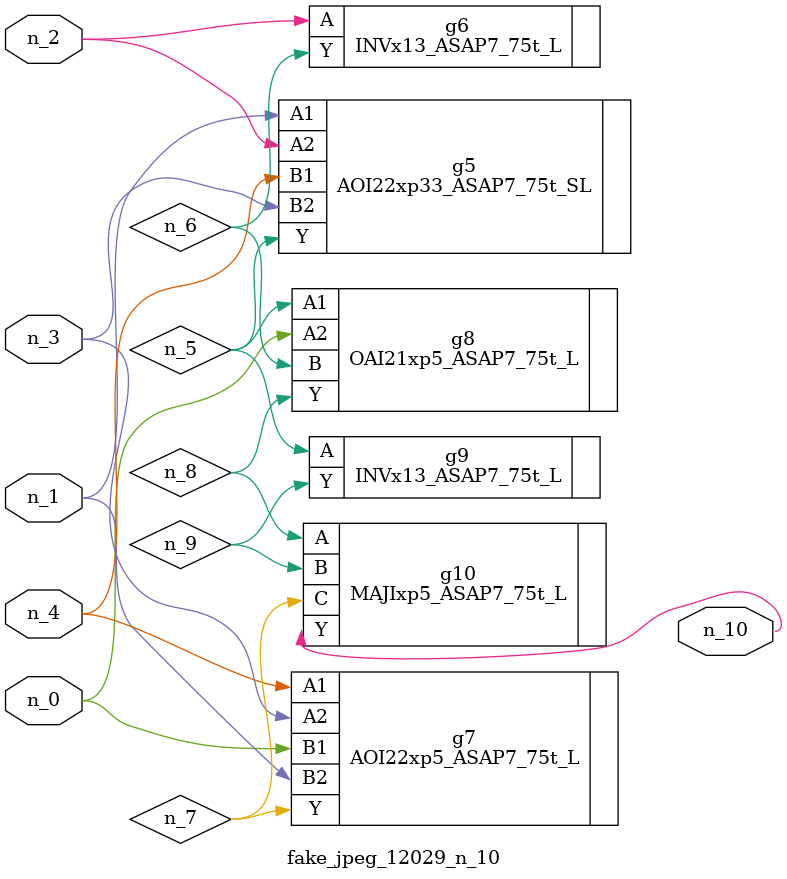
<source format=v>
module fake_jpeg_12029_n_10 (n_3, n_2, n_1, n_0, n_4, n_10);

input n_3;
input n_2;
input n_1;
input n_0;
input n_4;

output n_10;

wire n_8;
wire n_9;
wire n_6;
wire n_5;
wire n_7;

AOI22xp33_ASAP7_75t_SL g5 ( 
.A1(n_1),
.A2(n_2),
.B1(n_4),
.B2(n_3),
.Y(n_5)
);

INVx13_ASAP7_75t_L g6 ( 
.A(n_2),
.Y(n_6)
);

AOI22xp5_ASAP7_75t_L g7 ( 
.A1(n_4),
.A2(n_3),
.B1(n_0),
.B2(n_1),
.Y(n_7)
);

OAI21xp5_ASAP7_75t_L g8 ( 
.A1(n_5),
.A2(n_0),
.B(n_6),
.Y(n_8)
);

MAJIxp5_ASAP7_75t_L g10 ( 
.A(n_8),
.B(n_9),
.C(n_7),
.Y(n_10)
);

INVx13_ASAP7_75t_L g9 ( 
.A(n_5),
.Y(n_9)
);


endmodule
</source>
